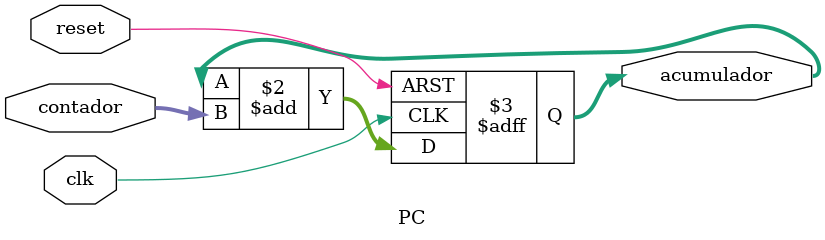
<source format=v>
module PC(
	input [31:0]contador,
	input clk,
	input reset,
	output reg [31:0]acumulador
);

always @(posedge clk or posedge reset) begin
	if(reset)begin
		acumulador <= 32'd0;
	end
	else begin
		acumulador <= acumulador + contador;
	end
end

endmodule

</source>
